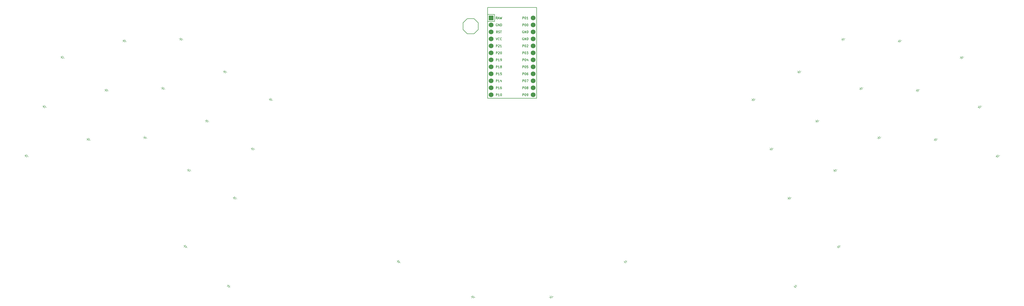
<source format=gbr>
%TF.GenerationSoftware,KiCad,Pcbnew,8.0.1*%
%TF.CreationDate,2024-05-01T11:59:16+09:00*%
%TF.ProjectId,pcb_plate,7063625f-706c-4617-9465-2e6b69636164,v1.0.0*%
%TF.SameCoordinates,Original*%
%TF.FileFunction,Legend,Top*%
%TF.FilePolarity,Positive*%
%FSLAX46Y46*%
G04 Gerber Fmt 4.6, Leading zero omitted, Abs format (unit mm)*
G04 Created by KiCad (PCBNEW 8.0.1) date 2024-05-01 11:59:16*
%MOMM*%
%LPD*%
G01*
G04 APERTURE LIST*
%ADD10C,0.150000*%
%ADD11C,0.100000*%
%ADD12R,1.752600X1.752600*%
%ADD13C,1.752600*%
G04 APERTURE END LIST*
D10*
X206353336Y-96519609D02*
X206620003Y-97319609D01*
X206620003Y-97319609D02*
X206886669Y-96519609D01*
X207610479Y-97243418D02*
X207572383Y-97281514D01*
X207572383Y-97281514D02*
X207458098Y-97319609D01*
X207458098Y-97319609D02*
X207381907Y-97319609D01*
X207381907Y-97319609D02*
X207267621Y-97281514D01*
X207267621Y-97281514D02*
X207191431Y-97205323D01*
X207191431Y-97205323D02*
X207153336Y-97129133D01*
X207153336Y-97129133D02*
X207115240Y-96976752D01*
X207115240Y-96976752D02*
X207115240Y-96862466D01*
X207115240Y-96862466D02*
X207153336Y-96710085D01*
X207153336Y-96710085D02*
X207191431Y-96633894D01*
X207191431Y-96633894D02*
X207267621Y-96557704D01*
X207267621Y-96557704D02*
X207381907Y-96519609D01*
X207381907Y-96519609D02*
X207458098Y-96519609D01*
X207458098Y-96519609D02*
X207572383Y-96557704D01*
X207572383Y-96557704D02*
X207610479Y-96595799D01*
X208410479Y-97243418D02*
X208372383Y-97281514D01*
X208372383Y-97281514D02*
X208258098Y-97319609D01*
X208258098Y-97319609D02*
X208181907Y-97319609D01*
X208181907Y-97319609D02*
X208067621Y-97281514D01*
X208067621Y-97281514D02*
X207991431Y-97205323D01*
X207991431Y-97205323D02*
X207953336Y-97129133D01*
X207953336Y-97129133D02*
X207915240Y-96976752D01*
X207915240Y-96976752D02*
X207915240Y-96862466D01*
X207915240Y-96862466D02*
X207953336Y-96710085D01*
X207953336Y-96710085D02*
X207991431Y-96633894D01*
X207991431Y-96633894D02*
X208067621Y-96557704D01*
X208067621Y-96557704D02*
X208181907Y-96519609D01*
X208181907Y-96519609D02*
X208258098Y-96519609D01*
X208258098Y-96519609D02*
X208372383Y-96557704D01*
X208372383Y-96557704D02*
X208410479Y-96595799D01*
X206448576Y-107479606D02*
X206448576Y-106679606D01*
X206448576Y-106679606D02*
X206753338Y-106679606D01*
X206753338Y-106679606D02*
X206829528Y-106717701D01*
X206829528Y-106717701D02*
X206867623Y-106755796D01*
X206867623Y-106755796D02*
X206905719Y-106831987D01*
X206905719Y-106831987D02*
X206905719Y-106946272D01*
X206905719Y-106946272D02*
X206867623Y-107022463D01*
X206867623Y-107022463D02*
X206829528Y-107060558D01*
X206829528Y-107060558D02*
X206753338Y-107098653D01*
X206753338Y-107098653D02*
X206448576Y-107098653D01*
X207667623Y-107479606D02*
X207210480Y-107479606D01*
X207439052Y-107479606D02*
X207439052Y-106679606D01*
X207439052Y-106679606D02*
X207362861Y-106793891D01*
X207362861Y-106793891D02*
X207286671Y-106870082D01*
X207286671Y-106870082D02*
X207210480Y-106908177D01*
X208124766Y-107022463D02*
X208048576Y-106984368D01*
X208048576Y-106984368D02*
X208010481Y-106946272D01*
X208010481Y-106946272D02*
X207972385Y-106870082D01*
X207972385Y-106870082D02*
X207972385Y-106831987D01*
X207972385Y-106831987D02*
X208010481Y-106755796D01*
X208010481Y-106755796D02*
X208048576Y-106717701D01*
X208048576Y-106717701D02*
X208124766Y-106679606D01*
X208124766Y-106679606D02*
X208277147Y-106679606D01*
X208277147Y-106679606D02*
X208353338Y-106717701D01*
X208353338Y-106717701D02*
X208391433Y-106755796D01*
X208391433Y-106755796D02*
X208429528Y-106831987D01*
X208429528Y-106831987D02*
X208429528Y-106870082D01*
X208429528Y-106870082D02*
X208391433Y-106946272D01*
X208391433Y-106946272D02*
X208353338Y-106984368D01*
X208353338Y-106984368D02*
X208277147Y-107022463D01*
X208277147Y-107022463D02*
X208124766Y-107022463D01*
X208124766Y-107022463D02*
X208048576Y-107060558D01*
X208048576Y-107060558D02*
X208010481Y-107098653D01*
X208010481Y-107098653D02*
X207972385Y-107174844D01*
X207972385Y-107174844D02*
X207972385Y-107327225D01*
X207972385Y-107327225D02*
X208010481Y-107403415D01*
X208010481Y-107403415D02*
X208048576Y-107441511D01*
X208048576Y-107441511D02*
X208124766Y-107479606D01*
X208124766Y-107479606D02*
X208277147Y-107479606D01*
X208277147Y-107479606D02*
X208353338Y-107441511D01*
X208353338Y-107441511D02*
X208391433Y-107403415D01*
X208391433Y-107403415D02*
X208429528Y-107327225D01*
X208429528Y-107327225D02*
X208429528Y-107174844D01*
X208429528Y-107174844D02*
X208391433Y-107098653D01*
X208391433Y-107098653D02*
X208353338Y-107060558D01*
X208353338Y-107060558D02*
X208277147Y-107022463D01*
X206448574Y-102399607D02*
X206448574Y-101599607D01*
X206448574Y-101599607D02*
X206753336Y-101599607D01*
X206753336Y-101599607D02*
X206829526Y-101637702D01*
X206829526Y-101637702D02*
X206867621Y-101675797D01*
X206867621Y-101675797D02*
X206905717Y-101751988D01*
X206905717Y-101751988D02*
X206905717Y-101866273D01*
X206905717Y-101866273D02*
X206867621Y-101942464D01*
X206867621Y-101942464D02*
X206829526Y-101980559D01*
X206829526Y-101980559D02*
X206753336Y-102018654D01*
X206753336Y-102018654D02*
X206448574Y-102018654D01*
X207210478Y-101675797D02*
X207248574Y-101637702D01*
X207248574Y-101637702D02*
X207324764Y-101599607D01*
X207324764Y-101599607D02*
X207515240Y-101599607D01*
X207515240Y-101599607D02*
X207591431Y-101637702D01*
X207591431Y-101637702D02*
X207629526Y-101675797D01*
X207629526Y-101675797D02*
X207667621Y-101751988D01*
X207667621Y-101751988D02*
X207667621Y-101828178D01*
X207667621Y-101828178D02*
X207629526Y-101942464D01*
X207629526Y-101942464D02*
X207172383Y-102399607D01*
X207172383Y-102399607D02*
X207667621Y-102399607D01*
X208162860Y-101599607D02*
X208239050Y-101599607D01*
X208239050Y-101599607D02*
X208315241Y-101637702D01*
X208315241Y-101637702D02*
X208353336Y-101675797D01*
X208353336Y-101675797D02*
X208391431Y-101751988D01*
X208391431Y-101751988D02*
X208429526Y-101904369D01*
X208429526Y-101904369D02*
X208429526Y-102094845D01*
X208429526Y-102094845D02*
X208391431Y-102247226D01*
X208391431Y-102247226D02*
X208353336Y-102323416D01*
X208353336Y-102323416D02*
X208315241Y-102361512D01*
X208315241Y-102361512D02*
X208239050Y-102399607D01*
X208239050Y-102399607D02*
X208162860Y-102399607D01*
X208162860Y-102399607D02*
X208086669Y-102361512D01*
X208086669Y-102361512D02*
X208048574Y-102323416D01*
X208048574Y-102323416D02*
X208010479Y-102247226D01*
X208010479Y-102247226D02*
X207972383Y-102094845D01*
X207972383Y-102094845D02*
X207972383Y-101904369D01*
X207972383Y-101904369D02*
X208010479Y-101751988D01*
X208010479Y-101751988D02*
X208048574Y-101675797D01*
X208048574Y-101675797D02*
X208086669Y-101637702D01*
X208086669Y-101637702D02*
X208162860Y-101599607D01*
X216048574Y-99859610D02*
X216048574Y-99059610D01*
X216048574Y-99059610D02*
X216353336Y-99059610D01*
X216353336Y-99059610D02*
X216429526Y-99097705D01*
X216429526Y-99097705D02*
X216467621Y-99135800D01*
X216467621Y-99135800D02*
X216505717Y-99211991D01*
X216505717Y-99211991D02*
X216505717Y-99326276D01*
X216505717Y-99326276D02*
X216467621Y-99402467D01*
X216467621Y-99402467D02*
X216429526Y-99440562D01*
X216429526Y-99440562D02*
X216353336Y-99478657D01*
X216353336Y-99478657D02*
X216048574Y-99478657D01*
X217000955Y-99059610D02*
X217077145Y-99059610D01*
X217077145Y-99059610D02*
X217153336Y-99097705D01*
X217153336Y-99097705D02*
X217191431Y-99135800D01*
X217191431Y-99135800D02*
X217229526Y-99211991D01*
X217229526Y-99211991D02*
X217267621Y-99364372D01*
X217267621Y-99364372D02*
X217267621Y-99554848D01*
X217267621Y-99554848D02*
X217229526Y-99707229D01*
X217229526Y-99707229D02*
X217191431Y-99783419D01*
X217191431Y-99783419D02*
X217153336Y-99821515D01*
X217153336Y-99821515D02*
X217077145Y-99859610D01*
X217077145Y-99859610D02*
X217000955Y-99859610D01*
X217000955Y-99859610D02*
X216924764Y-99821515D01*
X216924764Y-99821515D02*
X216886669Y-99783419D01*
X216886669Y-99783419D02*
X216848574Y-99707229D01*
X216848574Y-99707229D02*
X216810478Y-99554848D01*
X216810478Y-99554848D02*
X216810478Y-99364372D01*
X216810478Y-99364372D02*
X216848574Y-99211991D01*
X216848574Y-99211991D02*
X216886669Y-99135800D01*
X216886669Y-99135800D02*
X216924764Y-99097705D01*
X216924764Y-99097705D02*
X217000955Y-99059610D01*
X217572383Y-99135800D02*
X217610479Y-99097705D01*
X217610479Y-99097705D02*
X217686669Y-99059610D01*
X217686669Y-99059610D02*
X217877145Y-99059610D01*
X217877145Y-99059610D02*
X217953336Y-99097705D01*
X217953336Y-99097705D02*
X217991431Y-99135800D01*
X217991431Y-99135800D02*
X218029526Y-99211991D01*
X218029526Y-99211991D02*
X218029526Y-99288181D01*
X218029526Y-99288181D02*
X217991431Y-99402467D01*
X217991431Y-99402467D02*
X217534288Y-99859610D01*
X217534288Y-99859610D02*
X218029526Y-99859610D01*
X216048576Y-104939609D02*
X216048576Y-104139609D01*
X216048576Y-104139609D02*
X216353338Y-104139609D01*
X216353338Y-104139609D02*
X216429528Y-104177704D01*
X216429528Y-104177704D02*
X216467623Y-104215799D01*
X216467623Y-104215799D02*
X216505719Y-104291990D01*
X216505719Y-104291990D02*
X216505719Y-104406275D01*
X216505719Y-104406275D02*
X216467623Y-104482466D01*
X216467623Y-104482466D02*
X216429528Y-104520561D01*
X216429528Y-104520561D02*
X216353338Y-104558656D01*
X216353338Y-104558656D02*
X216048576Y-104558656D01*
X217000957Y-104139609D02*
X217077147Y-104139609D01*
X217077147Y-104139609D02*
X217153338Y-104177704D01*
X217153338Y-104177704D02*
X217191433Y-104215799D01*
X217191433Y-104215799D02*
X217229528Y-104291990D01*
X217229528Y-104291990D02*
X217267623Y-104444371D01*
X217267623Y-104444371D02*
X217267623Y-104634847D01*
X217267623Y-104634847D02*
X217229528Y-104787228D01*
X217229528Y-104787228D02*
X217191433Y-104863418D01*
X217191433Y-104863418D02*
X217153338Y-104901514D01*
X217153338Y-104901514D02*
X217077147Y-104939609D01*
X217077147Y-104939609D02*
X217000957Y-104939609D01*
X217000957Y-104939609D02*
X216924766Y-104901514D01*
X216924766Y-104901514D02*
X216886671Y-104863418D01*
X216886671Y-104863418D02*
X216848576Y-104787228D01*
X216848576Y-104787228D02*
X216810480Y-104634847D01*
X216810480Y-104634847D02*
X216810480Y-104444371D01*
X216810480Y-104444371D02*
X216848576Y-104291990D01*
X216848576Y-104291990D02*
X216886671Y-104215799D01*
X216886671Y-104215799D02*
X216924766Y-104177704D01*
X216924766Y-104177704D02*
X217000957Y-104139609D01*
X217953338Y-104406275D02*
X217953338Y-104939609D01*
X217762862Y-104101514D02*
X217572385Y-104672942D01*
X217572385Y-104672942D02*
X218067624Y-104672942D01*
X216048576Y-117639608D02*
X216048576Y-116839608D01*
X216048576Y-116839608D02*
X216353338Y-116839608D01*
X216353338Y-116839608D02*
X216429528Y-116877703D01*
X216429528Y-116877703D02*
X216467623Y-116915798D01*
X216467623Y-116915798D02*
X216505719Y-116991989D01*
X216505719Y-116991989D02*
X216505719Y-117106274D01*
X216505719Y-117106274D02*
X216467623Y-117182465D01*
X216467623Y-117182465D02*
X216429528Y-117220560D01*
X216429528Y-117220560D02*
X216353338Y-117258655D01*
X216353338Y-117258655D02*
X216048576Y-117258655D01*
X217000957Y-116839608D02*
X217077147Y-116839608D01*
X217077147Y-116839608D02*
X217153338Y-116877703D01*
X217153338Y-116877703D02*
X217191433Y-116915798D01*
X217191433Y-116915798D02*
X217229528Y-116991989D01*
X217229528Y-116991989D02*
X217267623Y-117144370D01*
X217267623Y-117144370D02*
X217267623Y-117334846D01*
X217267623Y-117334846D02*
X217229528Y-117487227D01*
X217229528Y-117487227D02*
X217191433Y-117563417D01*
X217191433Y-117563417D02*
X217153338Y-117601513D01*
X217153338Y-117601513D02*
X217077147Y-117639608D01*
X217077147Y-117639608D02*
X217000957Y-117639608D01*
X217000957Y-117639608D02*
X216924766Y-117601513D01*
X216924766Y-117601513D02*
X216886671Y-117563417D01*
X216886671Y-117563417D02*
X216848576Y-117487227D01*
X216848576Y-117487227D02*
X216810480Y-117334846D01*
X216810480Y-117334846D02*
X216810480Y-117144370D01*
X216810480Y-117144370D02*
X216848576Y-116991989D01*
X216848576Y-116991989D02*
X216886671Y-116915798D01*
X216886671Y-116915798D02*
X216924766Y-116877703D01*
X216924766Y-116877703D02*
X217000957Y-116839608D01*
X217648576Y-117639608D02*
X217800957Y-117639608D01*
X217800957Y-117639608D02*
X217877147Y-117601513D01*
X217877147Y-117601513D02*
X217915243Y-117563417D01*
X217915243Y-117563417D02*
X217991433Y-117449132D01*
X217991433Y-117449132D02*
X218029528Y-117296751D01*
X218029528Y-117296751D02*
X218029528Y-116991989D01*
X218029528Y-116991989D02*
X217991433Y-116915798D01*
X217991433Y-116915798D02*
X217953338Y-116877703D01*
X217953338Y-116877703D02*
X217877147Y-116839608D01*
X217877147Y-116839608D02*
X217724766Y-116839608D01*
X217724766Y-116839608D02*
X217648576Y-116877703D01*
X217648576Y-116877703D02*
X217610481Y-116915798D01*
X217610481Y-116915798D02*
X217572385Y-116991989D01*
X217572385Y-116991989D02*
X217572385Y-117182465D01*
X217572385Y-117182465D02*
X217610481Y-117258655D01*
X217610481Y-117258655D02*
X217648576Y-117296751D01*
X217648576Y-117296751D02*
X217724766Y-117334846D01*
X217724766Y-117334846D02*
X217877147Y-117334846D01*
X217877147Y-117334846D02*
X217953338Y-117296751D01*
X217953338Y-117296751D02*
X217991433Y-117258655D01*
X217991433Y-117258655D02*
X218029528Y-117182465D01*
X206867622Y-89699608D02*
X206600955Y-89318655D01*
X206410479Y-89699608D02*
X206410479Y-88899608D01*
X206410479Y-88899608D02*
X206715241Y-88899608D01*
X206715241Y-88899608D02*
X206791431Y-88937703D01*
X206791431Y-88937703D02*
X206829526Y-88975798D01*
X206829526Y-88975798D02*
X206867622Y-89051989D01*
X206867622Y-89051989D02*
X206867622Y-89166274D01*
X206867622Y-89166274D02*
X206829526Y-89242465D01*
X206829526Y-89242465D02*
X206791431Y-89280560D01*
X206791431Y-89280560D02*
X206715241Y-89318655D01*
X206715241Y-89318655D02*
X206410479Y-89318655D01*
X207172383Y-89471036D02*
X207553336Y-89471036D01*
X207096193Y-89699608D02*
X207362860Y-88899608D01*
X207362860Y-88899608D02*
X207629526Y-89699608D01*
X207820002Y-88899608D02*
X208010478Y-89699608D01*
X208010478Y-89699608D02*
X208162859Y-89128179D01*
X208162859Y-89128179D02*
X208315240Y-89699608D01*
X208315240Y-89699608D02*
X208505717Y-88899608D01*
X206981909Y-94779608D02*
X206715242Y-94398655D01*
X206524766Y-94779608D02*
X206524766Y-93979608D01*
X206524766Y-93979608D02*
X206829528Y-93979608D01*
X206829528Y-93979608D02*
X206905718Y-94017703D01*
X206905718Y-94017703D02*
X206943813Y-94055798D01*
X206943813Y-94055798D02*
X206981909Y-94131989D01*
X206981909Y-94131989D02*
X206981909Y-94246274D01*
X206981909Y-94246274D02*
X206943813Y-94322465D01*
X206943813Y-94322465D02*
X206905718Y-94360560D01*
X206905718Y-94360560D02*
X206829528Y-94398655D01*
X206829528Y-94398655D02*
X206524766Y-94398655D01*
X207286670Y-94741513D02*
X207400956Y-94779608D01*
X207400956Y-94779608D02*
X207591432Y-94779608D01*
X207591432Y-94779608D02*
X207667623Y-94741513D01*
X207667623Y-94741513D02*
X207705718Y-94703417D01*
X207705718Y-94703417D02*
X207743813Y-94627227D01*
X207743813Y-94627227D02*
X207743813Y-94551036D01*
X207743813Y-94551036D02*
X207705718Y-94474846D01*
X207705718Y-94474846D02*
X207667623Y-94436751D01*
X207667623Y-94436751D02*
X207591432Y-94398655D01*
X207591432Y-94398655D02*
X207439051Y-94360560D01*
X207439051Y-94360560D02*
X207362861Y-94322465D01*
X207362861Y-94322465D02*
X207324766Y-94284370D01*
X207324766Y-94284370D02*
X207286670Y-94208179D01*
X207286670Y-94208179D02*
X207286670Y-94131989D01*
X207286670Y-94131989D02*
X207324766Y-94055798D01*
X207324766Y-94055798D02*
X207362861Y-94017703D01*
X207362861Y-94017703D02*
X207439051Y-93979608D01*
X207439051Y-93979608D02*
X207629528Y-93979608D01*
X207629528Y-93979608D02*
X207743813Y-94017703D01*
X207972385Y-93979608D02*
X208429528Y-93979608D01*
X208200956Y-94779608D02*
X208200956Y-93979608D01*
X216410480Y-94017703D02*
X216334290Y-93979608D01*
X216334290Y-93979608D02*
X216220004Y-93979608D01*
X216220004Y-93979608D02*
X216105718Y-94017703D01*
X216105718Y-94017703D02*
X216029528Y-94093893D01*
X216029528Y-94093893D02*
X215991433Y-94170084D01*
X215991433Y-94170084D02*
X215953337Y-94322465D01*
X215953337Y-94322465D02*
X215953337Y-94436751D01*
X215953337Y-94436751D02*
X215991433Y-94589132D01*
X215991433Y-94589132D02*
X216029528Y-94665322D01*
X216029528Y-94665322D02*
X216105718Y-94741513D01*
X216105718Y-94741513D02*
X216220004Y-94779608D01*
X216220004Y-94779608D02*
X216296195Y-94779608D01*
X216296195Y-94779608D02*
X216410480Y-94741513D01*
X216410480Y-94741513D02*
X216448576Y-94703417D01*
X216448576Y-94703417D02*
X216448576Y-94436751D01*
X216448576Y-94436751D02*
X216296195Y-94436751D01*
X216791433Y-94779608D02*
X216791433Y-93979608D01*
X216791433Y-93979608D02*
X217248576Y-94779608D01*
X217248576Y-94779608D02*
X217248576Y-93979608D01*
X217629528Y-94779608D02*
X217629528Y-93979608D01*
X217629528Y-93979608D02*
X217820004Y-93979608D01*
X217820004Y-93979608D02*
X217934290Y-94017703D01*
X217934290Y-94017703D02*
X218010480Y-94093893D01*
X218010480Y-94093893D02*
X218048575Y-94170084D01*
X218048575Y-94170084D02*
X218086671Y-94322465D01*
X218086671Y-94322465D02*
X218086671Y-94436751D01*
X218086671Y-94436751D02*
X218048575Y-94589132D01*
X218048575Y-94589132D02*
X218010480Y-94665322D01*
X218010480Y-94665322D02*
X217934290Y-94741513D01*
X217934290Y-94741513D02*
X217820004Y-94779608D01*
X217820004Y-94779608D02*
X217629528Y-94779608D01*
X216048575Y-89699608D02*
X216048575Y-88899608D01*
X216048575Y-88899608D02*
X216353337Y-88899608D01*
X216353337Y-88899608D02*
X216429527Y-88937703D01*
X216429527Y-88937703D02*
X216467622Y-88975798D01*
X216467622Y-88975798D02*
X216505718Y-89051989D01*
X216505718Y-89051989D02*
X216505718Y-89166274D01*
X216505718Y-89166274D02*
X216467622Y-89242465D01*
X216467622Y-89242465D02*
X216429527Y-89280560D01*
X216429527Y-89280560D02*
X216353337Y-89318655D01*
X216353337Y-89318655D02*
X216048575Y-89318655D01*
X217000956Y-88899608D02*
X217077146Y-88899608D01*
X217077146Y-88899608D02*
X217153337Y-88937703D01*
X217153337Y-88937703D02*
X217191432Y-88975798D01*
X217191432Y-88975798D02*
X217229527Y-89051989D01*
X217229527Y-89051989D02*
X217267622Y-89204370D01*
X217267622Y-89204370D02*
X217267622Y-89394846D01*
X217267622Y-89394846D02*
X217229527Y-89547227D01*
X217229527Y-89547227D02*
X217191432Y-89623417D01*
X217191432Y-89623417D02*
X217153337Y-89661513D01*
X217153337Y-89661513D02*
X217077146Y-89699608D01*
X217077146Y-89699608D02*
X217000956Y-89699608D01*
X217000956Y-89699608D02*
X216924765Y-89661513D01*
X216924765Y-89661513D02*
X216886670Y-89623417D01*
X216886670Y-89623417D02*
X216848575Y-89547227D01*
X216848575Y-89547227D02*
X216810479Y-89394846D01*
X216810479Y-89394846D02*
X216810479Y-89204370D01*
X216810479Y-89204370D02*
X216848575Y-89051989D01*
X216848575Y-89051989D02*
X216886670Y-88975798D01*
X216886670Y-88975798D02*
X216924765Y-88937703D01*
X216924765Y-88937703D02*
X217000956Y-88899608D01*
X218029527Y-89699608D02*
X217572384Y-89699608D01*
X217800956Y-89699608D02*
X217800956Y-88899608D01*
X217800956Y-88899608D02*
X217724765Y-89013893D01*
X217724765Y-89013893D02*
X217648575Y-89090084D01*
X217648575Y-89090084D02*
X217572384Y-89128179D01*
X216410481Y-96557703D02*
X216334291Y-96519608D01*
X216334291Y-96519608D02*
X216220005Y-96519608D01*
X216220005Y-96519608D02*
X216105719Y-96557703D01*
X216105719Y-96557703D02*
X216029529Y-96633893D01*
X216029529Y-96633893D02*
X215991434Y-96710084D01*
X215991434Y-96710084D02*
X215953338Y-96862465D01*
X215953338Y-96862465D02*
X215953338Y-96976751D01*
X215953338Y-96976751D02*
X215991434Y-97129132D01*
X215991434Y-97129132D02*
X216029529Y-97205322D01*
X216029529Y-97205322D02*
X216105719Y-97281513D01*
X216105719Y-97281513D02*
X216220005Y-97319608D01*
X216220005Y-97319608D02*
X216296196Y-97319608D01*
X216296196Y-97319608D02*
X216410481Y-97281513D01*
X216410481Y-97281513D02*
X216448577Y-97243417D01*
X216448577Y-97243417D02*
X216448577Y-96976751D01*
X216448577Y-96976751D02*
X216296196Y-96976751D01*
X216791434Y-97319608D02*
X216791434Y-96519608D01*
X216791434Y-96519608D02*
X217248577Y-97319608D01*
X217248577Y-97319608D02*
X217248577Y-96519608D01*
X217629529Y-97319608D02*
X217629529Y-96519608D01*
X217629529Y-96519608D02*
X217820005Y-96519608D01*
X217820005Y-96519608D02*
X217934291Y-96557703D01*
X217934291Y-96557703D02*
X218010481Y-96633893D01*
X218010481Y-96633893D02*
X218048576Y-96710084D01*
X218048576Y-96710084D02*
X218086672Y-96862465D01*
X218086672Y-96862465D02*
X218086672Y-96976751D01*
X218086672Y-96976751D02*
X218048576Y-97129132D01*
X218048576Y-97129132D02*
X218010481Y-97205322D01*
X218010481Y-97205322D02*
X217934291Y-97281513D01*
X217934291Y-97281513D02*
X217820005Y-97319608D01*
X217820005Y-97319608D02*
X217629529Y-97319608D01*
X206448575Y-117639608D02*
X206448575Y-116839608D01*
X206448575Y-116839608D02*
X206753337Y-116839608D01*
X206753337Y-116839608D02*
X206829527Y-116877703D01*
X206829527Y-116877703D02*
X206867622Y-116915798D01*
X206867622Y-116915798D02*
X206905718Y-116991989D01*
X206905718Y-116991989D02*
X206905718Y-117106274D01*
X206905718Y-117106274D02*
X206867622Y-117182465D01*
X206867622Y-117182465D02*
X206829527Y-117220560D01*
X206829527Y-117220560D02*
X206753337Y-117258655D01*
X206753337Y-117258655D02*
X206448575Y-117258655D01*
X207667622Y-117639608D02*
X207210479Y-117639608D01*
X207439051Y-117639608D02*
X207439051Y-116839608D01*
X207439051Y-116839608D02*
X207362860Y-116953893D01*
X207362860Y-116953893D02*
X207286670Y-117030084D01*
X207286670Y-117030084D02*
X207210479Y-117068179D01*
X208162861Y-116839608D02*
X208239051Y-116839608D01*
X208239051Y-116839608D02*
X208315242Y-116877703D01*
X208315242Y-116877703D02*
X208353337Y-116915798D01*
X208353337Y-116915798D02*
X208391432Y-116991989D01*
X208391432Y-116991989D02*
X208429527Y-117144370D01*
X208429527Y-117144370D02*
X208429527Y-117334846D01*
X208429527Y-117334846D02*
X208391432Y-117487227D01*
X208391432Y-117487227D02*
X208353337Y-117563417D01*
X208353337Y-117563417D02*
X208315242Y-117601513D01*
X208315242Y-117601513D02*
X208239051Y-117639608D01*
X208239051Y-117639608D02*
X208162861Y-117639608D01*
X208162861Y-117639608D02*
X208086670Y-117601513D01*
X208086670Y-117601513D02*
X208048575Y-117563417D01*
X208048575Y-117563417D02*
X208010480Y-117487227D01*
X208010480Y-117487227D02*
X207972384Y-117334846D01*
X207972384Y-117334846D02*
X207972384Y-117144370D01*
X207972384Y-117144370D02*
X208010480Y-116991989D01*
X208010480Y-116991989D02*
X208048575Y-116915798D01*
X208048575Y-116915798D02*
X208086670Y-116877703D01*
X208086670Y-116877703D02*
X208162861Y-116839608D01*
X216048576Y-110019607D02*
X216048576Y-109219607D01*
X216048576Y-109219607D02*
X216353338Y-109219607D01*
X216353338Y-109219607D02*
X216429528Y-109257702D01*
X216429528Y-109257702D02*
X216467623Y-109295797D01*
X216467623Y-109295797D02*
X216505719Y-109371988D01*
X216505719Y-109371988D02*
X216505719Y-109486273D01*
X216505719Y-109486273D02*
X216467623Y-109562464D01*
X216467623Y-109562464D02*
X216429528Y-109600559D01*
X216429528Y-109600559D02*
X216353338Y-109638654D01*
X216353338Y-109638654D02*
X216048576Y-109638654D01*
X217000957Y-109219607D02*
X217077147Y-109219607D01*
X217077147Y-109219607D02*
X217153338Y-109257702D01*
X217153338Y-109257702D02*
X217191433Y-109295797D01*
X217191433Y-109295797D02*
X217229528Y-109371988D01*
X217229528Y-109371988D02*
X217267623Y-109524369D01*
X217267623Y-109524369D02*
X217267623Y-109714845D01*
X217267623Y-109714845D02*
X217229528Y-109867226D01*
X217229528Y-109867226D02*
X217191433Y-109943416D01*
X217191433Y-109943416D02*
X217153338Y-109981512D01*
X217153338Y-109981512D02*
X217077147Y-110019607D01*
X217077147Y-110019607D02*
X217000957Y-110019607D01*
X217000957Y-110019607D02*
X216924766Y-109981512D01*
X216924766Y-109981512D02*
X216886671Y-109943416D01*
X216886671Y-109943416D02*
X216848576Y-109867226D01*
X216848576Y-109867226D02*
X216810480Y-109714845D01*
X216810480Y-109714845D02*
X216810480Y-109524369D01*
X216810480Y-109524369D02*
X216848576Y-109371988D01*
X216848576Y-109371988D02*
X216886671Y-109295797D01*
X216886671Y-109295797D02*
X216924766Y-109257702D01*
X216924766Y-109257702D02*
X217000957Y-109219607D01*
X217953338Y-109219607D02*
X217800957Y-109219607D01*
X217800957Y-109219607D02*
X217724766Y-109257702D01*
X217724766Y-109257702D02*
X217686671Y-109295797D01*
X217686671Y-109295797D02*
X217610481Y-109410083D01*
X217610481Y-109410083D02*
X217572385Y-109562464D01*
X217572385Y-109562464D02*
X217572385Y-109867226D01*
X217572385Y-109867226D02*
X217610481Y-109943416D01*
X217610481Y-109943416D02*
X217648576Y-109981512D01*
X217648576Y-109981512D02*
X217724766Y-110019607D01*
X217724766Y-110019607D02*
X217877147Y-110019607D01*
X217877147Y-110019607D02*
X217953338Y-109981512D01*
X217953338Y-109981512D02*
X217991433Y-109943416D01*
X217991433Y-109943416D02*
X218029528Y-109867226D01*
X218029528Y-109867226D02*
X218029528Y-109676750D01*
X218029528Y-109676750D02*
X217991433Y-109600559D01*
X217991433Y-109600559D02*
X217953338Y-109562464D01*
X217953338Y-109562464D02*
X217877147Y-109524369D01*
X217877147Y-109524369D02*
X217724766Y-109524369D01*
X217724766Y-109524369D02*
X217648576Y-109562464D01*
X217648576Y-109562464D02*
X217610481Y-109600559D01*
X217610481Y-109600559D02*
X217572385Y-109676750D01*
X206448574Y-110019608D02*
X206448574Y-109219608D01*
X206448574Y-109219608D02*
X206753336Y-109219608D01*
X206753336Y-109219608D02*
X206829526Y-109257703D01*
X206829526Y-109257703D02*
X206867621Y-109295798D01*
X206867621Y-109295798D02*
X206905717Y-109371989D01*
X206905717Y-109371989D02*
X206905717Y-109486274D01*
X206905717Y-109486274D02*
X206867621Y-109562465D01*
X206867621Y-109562465D02*
X206829526Y-109600560D01*
X206829526Y-109600560D02*
X206753336Y-109638655D01*
X206753336Y-109638655D02*
X206448574Y-109638655D01*
X207667621Y-110019608D02*
X207210478Y-110019608D01*
X207439050Y-110019608D02*
X207439050Y-109219608D01*
X207439050Y-109219608D02*
X207362859Y-109333893D01*
X207362859Y-109333893D02*
X207286669Y-109410084D01*
X207286669Y-109410084D02*
X207210478Y-109448179D01*
X208391431Y-109219608D02*
X208010479Y-109219608D01*
X208010479Y-109219608D02*
X207972383Y-109600560D01*
X207972383Y-109600560D02*
X208010479Y-109562465D01*
X208010479Y-109562465D02*
X208086669Y-109524370D01*
X208086669Y-109524370D02*
X208277145Y-109524370D01*
X208277145Y-109524370D02*
X208353336Y-109562465D01*
X208353336Y-109562465D02*
X208391431Y-109600560D01*
X208391431Y-109600560D02*
X208429526Y-109676751D01*
X208429526Y-109676751D02*
X208429526Y-109867227D01*
X208429526Y-109867227D02*
X208391431Y-109943417D01*
X208391431Y-109943417D02*
X208353336Y-109981513D01*
X208353336Y-109981513D02*
X208277145Y-110019608D01*
X208277145Y-110019608D02*
X208086669Y-110019608D01*
X208086669Y-110019608D02*
X208010479Y-109981513D01*
X208010479Y-109981513D02*
X207972383Y-109943417D01*
X216048575Y-107479606D02*
X216048575Y-106679606D01*
X216048575Y-106679606D02*
X216353337Y-106679606D01*
X216353337Y-106679606D02*
X216429527Y-106717701D01*
X216429527Y-106717701D02*
X216467622Y-106755796D01*
X216467622Y-106755796D02*
X216505718Y-106831987D01*
X216505718Y-106831987D02*
X216505718Y-106946272D01*
X216505718Y-106946272D02*
X216467622Y-107022463D01*
X216467622Y-107022463D02*
X216429527Y-107060558D01*
X216429527Y-107060558D02*
X216353337Y-107098653D01*
X216353337Y-107098653D02*
X216048575Y-107098653D01*
X217000956Y-106679606D02*
X217077146Y-106679606D01*
X217077146Y-106679606D02*
X217153337Y-106717701D01*
X217153337Y-106717701D02*
X217191432Y-106755796D01*
X217191432Y-106755796D02*
X217229527Y-106831987D01*
X217229527Y-106831987D02*
X217267622Y-106984368D01*
X217267622Y-106984368D02*
X217267622Y-107174844D01*
X217267622Y-107174844D02*
X217229527Y-107327225D01*
X217229527Y-107327225D02*
X217191432Y-107403415D01*
X217191432Y-107403415D02*
X217153337Y-107441511D01*
X217153337Y-107441511D02*
X217077146Y-107479606D01*
X217077146Y-107479606D02*
X217000956Y-107479606D01*
X217000956Y-107479606D02*
X216924765Y-107441511D01*
X216924765Y-107441511D02*
X216886670Y-107403415D01*
X216886670Y-107403415D02*
X216848575Y-107327225D01*
X216848575Y-107327225D02*
X216810479Y-107174844D01*
X216810479Y-107174844D02*
X216810479Y-106984368D01*
X216810479Y-106984368D02*
X216848575Y-106831987D01*
X216848575Y-106831987D02*
X216886670Y-106755796D01*
X216886670Y-106755796D02*
X216924765Y-106717701D01*
X216924765Y-106717701D02*
X217000956Y-106679606D01*
X217991432Y-106679606D02*
X217610480Y-106679606D01*
X217610480Y-106679606D02*
X217572384Y-107060558D01*
X217572384Y-107060558D02*
X217610480Y-107022463D01*
X217610480Y-107022463D02*
X217686670Y-106984368D01*
X217686670Y-106984368D02*
X217877146Y-106984368D01*
X217877146Y-106984368D02*
X217953337Y-107022463D01*
X217953337Y-107022463D02*
X217991432Y-107060558D01*
X217991432Y-107060558D02*
X218029527Y-107136749D01*
X218029527Y-107136749D02*
X218029527Y-107327225D01*
X218029527Y-107327225D02*
X217991432Y-107403415D01*
X217991432Y-107403415D02*
X217953337Y-107441511D01*
X217953337Y-107441511D02*
X217877146Y-107479606D01*
X217877146Y-107479606D02*
X217686670Y-107479606D01*
X217686670Y-107479606D02*
X217610480Y-107441511D01*
X217610480Y-107441511D02*
X217572384Y-107403415D01*
X216048575Y-112559608D02*
X216048575Y-111759608D01*
X216048575Y-111759608D02*
X216353337Y-111759608D01*
X216353337Y-111759608D02*
X216429527Y-111797703D01*
X216429527Y-111797703D02*
X216467622Y-111835798D01*
X216467622Y-111835798D02*
X216505718Y-111911989D01*
X216505718Y-111911989D02*
X216505718Y-112026274D01*
X216505718Y-112026274D02*
X216467622Y-112102465D01*
X216467622Y-112102465D02*
X216429527Y-112140560D01*
X216429527Y-112140560D02*
X216353337Y-112178655D01*
X216353337Y-112178655D02*
X216048575Y-112178655D01*
X217000956Y-111759608D02*
X217077146Y-111759608D01*
X217077146Y-111759608D02*
X217153337Y-111797703D01*
X217153337Y-111797703D02*
X217191432Y-111835798D01*
X217191432Y-111835798D02*
X217229527Y-111911989D01*
X217229527Y-111911989D02*
X217267622Y-112064370D01*
X217267622Y-112064370D02*
X217267622Y-112254846D01*
X217267622Y-112254846D02*
X217229527Y-112407227D01*
X217229527Y-112407227D02*
X217191432Y-112483417D01*
X217191432Y-112483417D02*
X217153337Y-112521513D01*
X217153337Y-112521513D02*
X217077146Y-112559608D01*
X217077146Y-112559608D02*
X217000956Y-112559608D01*
X217000956Y-112559608D02*
X216924765Y-112521513D01*
X216924765Y-112521513D02*
X216886670Y-112483417D01*
X216886670Y-112483417D02*
X216848575Y-112407227D01*
X216848575Y-112407227D02*
X216810479Y-112254846D01*
X216810479Y-112254846D02*
X216810479Y-112064370D01*
X216810479Y-112064370D02*
X216848575Y-111911989D01*
X216848575Y-111911989D02*
X216886670Y-111835798D01*
X216886670Y-111835798D02*
X216924765Y-111797703D01*
X216924765Y-111797703D02*
X217000956Y-111759608D01*
X217534289Y-111759608D02*
X218067623Y-111759608D01*
X218067623Y-111759608D02*
X217724765Y-112559608D01*
X206448574Y-115099607D02*
X206448574Y-114299607D01*
X206448574Y-114299607D02*
X206753336Y-114299607D01*
X206753336Y-114299607D02*
X206829526Y-114337702D01*
X206829526Y-114337702D02*
X206867621Y-114375797D01*
X206867621Y-114375797D02*
X206905717Y-114451988D01*
X206905717Y-114451988D02*
X206905717Y-114566273D01*
X206905717Y-114566273D02*
X206867621Y-114642464D01*
X206867621Y-114642464D02*
X206829526Y-114680559D01*
X206829526Y-114680559D02*
X206753336Y-114718654D01*
X206753336Y-114718654D02*
X206448574Y-114718654D01*
X207667621Y-115099607D02*
X207210478Y-115099607D01*
X207439050Y-115099607D02*
X207439050Y-114299607D01*
X207439050Y-114299607D02*
X207362859Y-114413892D01*
X207362859Y-114413892D02*
X207286669Y-114490083D01*
X207286669Y-114490083D02*
X207210478Y-114528178D01*
X208353336Y-114299607D02*
X208200955Y-114299607D01*
X208200955Y-114299607D02*
X208124764Y-114337702D01*
X208124764Y-114337702D02*
X208086669Y-114375797D01*
X208086669Y-114375797D02*
X208010479Y-114490083D01*
X208010479Y-114490083D02*
X207972383Y-114642464D01*
X207972383Y-114642464D02*
X207972383Y-114947226D01*
X207972383Y-114947226D02*
X208010479Y-115023416D01*
X208010479Y-115023416D02*
X208048574Y-115061512D01*
X208048574Y-115061512D02*
X208124764Y-115099607D01*
X208124764Y-115099607D02*
X208277145Y-115099607D01*
X208277145Y-115099607D02*
X208353336Y-115061512D01*
X208353336Y-115061512D02*
X208391431Y-115023416D01*
X208391431Y-115023416D02*
X208429526Y-114947226D01*
X208429526Y-114947226D02*
X208429526Y-114756750D01*
X208429526Y-114756750D02*
X208391431Y-114680559D01*
X208391431Y-114680559D02*
X208353336Y-114642464D01*
X208353336Y-114642464D02*
X208277145Y-114604369D01*
X208277145Y-114604369D02*
X208124764Y-114604369D01*
X208124764Y-114604369D02*
X208048574Y-114642464D01*
X208048574Y-114642464D02*
X208010479Y-114680559D01*
X208010479Y-114680559D02*
X207972383Y-114756750D01*
X216048576Y-102399607D02*
X216048576Y-101599607D01*
X216048576Y-101599607D02*
X216353338Y-101599607D01*
X216353338Y-101599607D02*
X216429528Y-101637702D01*
X216429528Y-101637702D02*
X216467623Y-101675797D01*
X216467623Y-101675797D02*
X216505719Y-101751988D01*
X216505719Y-101751988D02*
X216505719Y-101866273D01*
X216505719Y-101866273D02*
X216467623Y-101942464D01*
X216467623Y-101942464D02*
X216429528Y-101980559D01*
X216429528Y-101980559D02*
X216353338Y-102018654D01*
X216353338Y-102018654D02*
X216048576Y-102018654D01*
X217000957Y-101599607D02*
X217077147Y-101599607D01*
X217077147Y-101599607D02*
X217153338Y-101637702D01*
X217153338Y-101637702D02*
X217191433Y-101675797D01*
X217191433Y-101675797D02*
X217229528Y-101751988D01*
X217229528Y-101751988D02*
X217267623Y-101904369D01*
X217267623Y-101904369D02*
X217267623Y-102094845D01*
X217267623Y-102094845D02*
X217229528Y-102247226D01*
X217229528Y-102247226D02*
X217191433Y-102323416D01*
X217191433Y-102323416D02*
X217153338Y-102361512D01*
X217153338Y-102361512D02*
X217077147Y-102399607D01*
X217077147Y-102399607D02*
X217000957Y-102399607D01*
X217000957Y-102399607D02*
X216924766Y-102361512D01*
X216924766Y-102361512D02*
X216886671Y-102323416D01*
X216886671Y-102323416D02*
X216848576Y-102247226D01*
X216848576Y-102247226D02*
X216810480Y-102094845D01*
X216810480Y-102094845D02*
X216810480Y-101904369D01*
X216810480Y-101904369D02*
X216848576Y-101751988D01*
X216848576Y-101751988D02*
X216886671Y-101675797D01*
X216886671Y-101675797D02*
X216924766Y-101637702D01*
X216924766Y-101637702D02*
X217000957Y-101599607D01*
X217534290Y-101599607D02*
X218029528Y-101599607D01*
X218029528Y-101599607D02*
X217762862Y-101904369D01*
X217762862Y-101904369D02*
X217877147Y-101904369D01*
X217877147Y-101904369D02*
X217953338Y-101942464D01*
X217953338Y-101942464D02*
X217991433Y-101980559D01*
X217991433Y-101980559D02*
X218029528Y-102056750D01*
X218029528Y-102056750D02*
X218029528Y-102247226D01*
X218029528Y-102247226D02*
X217991433Y-102323416D01*
X217991433Y-102323416D02*
X217953338Y-102361512D01*
X217953338Y-102361512D02*
X217877147Y-102399607D01*
X217877147Y-102399607D02*
X217648576Y-102399607D01*
X217648576Y-102399607D02*
X217572385Y-102361512D01*
X217572385Y-102361512D02*
X217534290Y-102323416D01*
X216048576Y-92239609D02*
X216048576Y-91439609D01*
X216048576Y-91439609D02*
X216353338Y-91439609D01*
X216353338Y-91439609D02*
X216429528Y-91477704D01*
X216429528Y-91477704D02*
X216467623Y-91515799D01*
X216467623Y-91515799D02*
X216505719Y-91591990D01*
X216505719Y-91591990D02*
X216505719Y-91706275D01*
X216505719Y-91706275D02*
X216467623Y-91782466D01*
X216467623Y-91782466D02*
X216429528Y-91820561D01*
X216429528Y-91820561D02*
X216353338Y-91858656D01*
X216353338Y-91858656D02*
X216048576Y-91858656D01*
X217000957Y-91439609D02*
X217077147Y-91439609D01*
X217077147Y-91439609D02*
X217153338Y-91477704D01*
X217153338Y-91477704D02*
X217191433Y-91515799D01*
X217191433Y-91515799D02*
X217229528Y-91591990D01*
X217229528Y-91591990D02*
X217267623Y-91744371D01*
X217267623Y-91744371D02*
X217267623Y-91934847D01*
X217267623Y-91934847D02*
X217229528Y-92087228D01*
X217229528Y-92087228D02*
X217191433Y-92163418D01*
X217191433Y-92163418D02*
X217153338Y-92201514D01*
X217153338Y-92201514D02*
X217077147Y-92239609D01*
X217077147Y-92239609D02*
X217000957Y-92239609D01*
X217000957Y-92239609D02*
X216924766Y-92201514D01*
X216924766Y-92201514D02*
X216886671Y-92163418D01*
X216886671Y-92163418D02*
X216848576Y-92087228D01*
X216848576Y-92087228D02*
X216810480Y-91934847D01*
X216810480Y-91934847D02*
X216810480Y-91744371D01*
X216810480Y-91744371D02*
X216848576Y-91591990D01*
X216848576Y-91591990D02*
X216886671Y-91515799D01*
X216886671Y-91515799D02*
X216924766Y-91477704D01*
X216924766Y-91477704D02*
X217000957Y-91439609D01*
X217762862Y-91439609D02*
X217839052Y-91439609D01*
X217839052Y-91439609D02*
X217915243Y-91477704D01*
X217915243Y-91477704D02*
X217953338Y-91515799D01*
X217953338Y-91515799D02*
X217991433Y-91591990D01*
X217991433Y-91591990D02*
X218029528Y-91744371D01*
X218029528Y-91744371D02*
X218029528Y-91934847D01*
X218029528Y-91934847D02*
X217991433Y-92087228D01*
X217991433Y-92087228D02*
X217953338Y-92163418D01*
X217953338Y-92163418D02*
X217915243Y-92201514D01*
X217915243Y-92201514D02*
X217839052Y-92239609D01*
X217839052Y-92239609D02*
X217762862Y-92239609D01*
X217762862Y-92239609D02*
X217686671Y-92201514D01*
X217686671Y-92201514D02*
X217648576Y-92163418D01*
X217648576Y-92163418D02*
X217610481Y-92087228D01*
X217610481Y-92087228D02*
X217572385Y-91934847D01*
X217572385Y-91934847D02*
X217572385Y-91744371D01*
X217572385Y-91744371D02*
X217610481Y-91591990D01*
X217610481Y-91591990D02*
X217648576Y-91515799D01*
X217648576Y-91515799D02*
X217686671Y-91477704D01*
X217686671Y-91477704D02*
X217762862Y-91439609D01*
X206448575Y-112559608D02*
X206448575Y-111759608D01*
X206448575Y-111759608D02*
X206753337Y-111759608D01*
X206753337Y-111759608D02*
X206829527Y-111797703D01*
X206829527Y-111797703D02*
X206867622Y-111835798D01*
X206867622Y-111835798D02*
X206905718Y-111911989D01*
X206905718Y-111911989D02*
X206905718Y-112026274D01*
X206905718Y-112026274D02*
X206867622Y-112102465D01*
X206867622Y-112102465D02*
X206829527Y-112140560D01*
X206829527Y-112140560D02*
X206753337Y-112178655D01*
X206753337Y-112178655D02*
X206448575Y-112178655D01*
X207667622Y-112559608D02*
X207210479Y-112559608D01*
X207439051Y-112559608D02*
X207439051Y-111759608D01*
X207439051Y-111759608D02*
X207362860Y-111873893D01*
X207362860Y-111873893D02*
X207286670Y-111950084D01*
X207286670Y-111950084D02*
X207210479Y-111988179D01*
X208353337Y-112026274D02*
X208353337Y-112559608D01*
X208162861Y-111721513D02*
X207972384Y-112292941D01*
X207972384Y-112292941D02*
X208467623Y-112292941D01*
X216048576Y-115099608D02*
X216048576Y-114299608D01*
X216048576Y-114299608D02*
X216353338Y-114299608D01*
X216353338Y-114299608D02*
X216429528Y-114337703D01*
X216429528Y-114337703D02*
X216467623Y-114375798D01*
X216467623Y-114375798D02*
X216505719Y-114451989D01*
X216505719Y-114451989D02*
X216505719Y-114566274D01*
X216505719Y-114566274D02*
X216467623Y-114642465D01*
X216467623Y-114642465D02*
X216429528Y-114680560D01*
X216429528Y-114680560D02*
X216353338Y-114718655D01*
X216353338Y-114718655D02*
X216048576Y-114718655D01*
X217000957Y-114299608D02*
X217077147Y-114299608D01*
X217077147Y-114299608D02*
X217153338Y-114337703D01*
X217153338Y-114337703D02*
X217191433Y-114375798D01*
X217191433Y-114375798D02*
X217229528Y-114451989D01*
X217229528Y-114451989D02*
X217267623Y-114604370D01*
X217267623Y-114604370D02*
X217267623Y-114794846D01*
X217267623Y-114794846D02*
X217229528Y-114947227D01*
X217229528Y-114947227D02*
X217191433Y-115023417D01*
X217191433Y-115023417D02*
X217153338Y-115061513D01*
X217153338Y-115061513D02*
X217077147Y-115099608D01*
X217077147Y-115099608D02*
X217000957Y-115099608D01*
X217000957Y-115099608D02*
X216924766Y-115061513D01*
X216924766Y-115061513D02*
X216886671Y-115023417D01*
X216886671Y-115023417D02*
X216848576Y-114947227D01*
X216848576Y-114947227D02*
X216810480Y-114794846D01*
X216810480Y-114794846D02*
X216810480Y-114604370D01*
X216810480Y-114604370D02*
X216848576Y-114451989D01*
X216848576Y-114451989D02*
X216886671Y-114375798D01*
X216886671Y-114375798D02*
X216924766Y-114337703D01*
X216924766Y-114337703D02*
X217000957Y-114299608D01*
X217724766Y-114642465D02*
X217648576Y-114604370D01*
X217648576Y-114604370D02*
X217610481Y-114566274D01*
X217610481Y-114566274D02*
X217572385Y-114490084D01*
X217572385Y-114490084D02*
X217572385Y-114451989D01*
X217572385Y-114451989D02*
X217610481Y-114375798D01*
X217610481Y-114375798D02*
X217648576Y-114337703D01*
X217648576Y-114337703D02*
X217724766Y-114299608D01*
X217724766Y-114299608D02*
X217877147Y-114299608D01*
X217877147Y-114299608D02*
X217953338Y-114337703D01*
X217953338Y-114337703D02*
X217991433Y-114375798D01*
X217991433Y-114375798D02*
X218029528Y-114451989D01*
X218029528Y-114451989D02*
X218029528Y-114490084D01*
X218029528Y-114490084D02*
X217991433Y-114566274D01*
X217991433Y-114566274D02*
X217953338Y-114604370D01*
X217953338Y-114604370D02*
X217877147Y-114642465D01*
X217877147Y-114642465D02*
X217724766Y-114642465D01*
X217724766Y-114642465D02*
X217648576Y-114680560D01*
X217648576Y-114680560D02*
X217610481Y-114718655D01*
X217610481Y-114718655D02*
X217572385Y-114794846D01*
X217572385Y-114794846D02*
X217572385Y-114947227D01*
X217572385Y-114947227D02*
X217610481Y-115023417D01*
X217610481Y-115023417D02*
X217648576Y-115061513D01*
X217648576Y-115061513D02*
X217724766Y-115099608D01*
X217724766Y-115099608D02*
X217877147Y-115099608D01*
X217877147Y-115099608D02*
X217953338Y-115061513D01*
X217953338Y-115061513D02*
X217991433Y-115023417D01*
X217991433Y-115023417D02*
X218029528Y-114947227D01*
X218029528Y-114947227D02*
X218029528Y-114794846D01*
X218029528Y-114794846D02*
X217991433Y-114718655D01*
X217991433Y-114718655D02*
X217953338Y-114680560D01*
X217953338Y-114680560D02*
X217877147Y-114642465D01*
X206810479Y-91477703D02*
X206734289Y-91439608D01*
X206734289Y-91439608D02*
X206620003Y-91439608D01*
X206620003Y-91439608D02*
X206505717Y-91477703D01*
X206505717Y-91477703D02*
X206429527Y-91553893D01*
X206429527Y-91553893D02*
X206391432Y-91630084D01*
X206391432Y-91630084D02*
X206353336Y-91782465D01*
X206353336Y-91782465D02*
X206353336Y-91896751D01*
X206353336Y-91896751D02*
X206391432Y-92049132D01*
X206391432Y-92049132D02*
X206429527Y-92125322D01*
X206429527Y-92125322D02*
X206505717Y-92201513D01*
X206505717Y-92201513D02*
X206620003Y-92239608D01*
X206620003Y-92239608D02*
X206696194Y-92239608D01*
X206696194Y-92239608D02*
X206810479Y-92201513D01*
X206810479Y-92201513D02*
X206848575Y-92163417D01*
X206848575Y-92163417D02*
X206848575Y-91896751D01*
X206848575Y-91896751D02*
X206696194Y-91896751D01*
X207191432Y-92239608D02*
X207191432Y-91439608D01*
X207191432Y-91439608D02*
X207648575Y-92239608D01*
X207648575Y-92239608D02*
X207648575Y-91439608D01*
X208029527Y-92239608D02*
X208029527Y-91439608D01*
X208029527Y-91439608D02*
X208220003Y-91439608D01*
X208220003Y-91439608D02*
X208334289Y-91477703D01*
X208334289Y-91477703D02*
X208410479Y-91553893D01*
X208410479Y-91553893D02*
X208448574Y-91630084D01*
X208448574Y-91630084D02*
X208486670Y-91782465D01*
X208486670Y-91782465D02*
X208486670Y-91896751D01*
X208486670Y-91896751D02*
X208448574Y-92049132D01*
X208448574Y-92049132D02*
X208410479Y-92125322D01*
X208410479Y-92125322D02*
X208334289Y-92201513D01*
X208334289Y-92201513D02*
X208220003Y-92239608D01*
X208220003Y-92239608D02*
X208029527Y-92239608D01*
X206448574Y-104939609D02*
X206448574Y-104139609D01*
X206448574Y-104139609D02*
X206753336Y-104139609D01*
X206753336Y-104139609D02*
X206829526Y-104177704D01*
X206829526Y-104177704D02*
X206867621Y-104215799D01*
X206867621Y-104215799D02*
X206905717Y-104291990D01*
X206905717Y-104291990D02*
X206905717Y-104406275D01*
X206905717Y-104406275D02*
X206867621Y-104482466D01*
X206867621Y-104482466D02*
X206829526Y-104520561D01*
X206829526Y-104520561D02*
X206753336Y-104558656D01*
X206753336Y-104558656D02*
X206448574Y-104558656D01*
X207667621Y-104939609D02*
X207210478Y-104939609D01*
X207439050Y-104939609D02*
X207439050Y-104139609D01*
X207439050Y-104139609D02*
X207362859Y-104253894D01*
X207362859Y-104253894D02*
X207286669Y-104330085D01*
X207286669Y-104330085D02*
X207210478Y-104368180D01*
X208048574Y-104939609D02*
X208200955Y-104939609D01*
X208200955Y-104939609D02*
X208277145Y-104901514D01*
X208277145Y-104901514D02*
X208315241Y-104863418D01*
X208315241Y-104863418D02*
X208391431Y-104749133D01*
X208391431Y-104749133D02*
X208429526Y-104596752D01*
X208429526Y-104596752D02*
X208429526Y-104291990D01*
X208429526Y-104291990D02*
X208391431Y-104215799D01*
X208391431Y-104215799D02*
X208353336Y-104177704D01*
X208353336Y-104177704D02*
X208277145Y-104139609D01*
X208277145Y-104139609D02*
X208124764Y-104139609D01*
X208124764Y-104139609D02*
X208048574Y-104177704D01*
X208048574Y-104177704D02*
X208010479Y-104215799D01*
X208010479Y-104215799D02*
X207972383Y-104291990D01*
X207972383Y-104291990D02*
X207972383Y-104482466D01*
X207972383Y-104482466D02*
X208010479Y-104558656D01*
X208010479Y-104558656D02*
X208048574Y-104596752D01*
X208048574Y-104596752D02*
X208124764Y-104634847D01*
X208124764Y-104634847D02*
X208277145Y-104634847D01*
X208277145Y-104634847D02*
X208353336Y-104596752D01*
X208353336Y-104596752D02*
X208391431Y-104558656D01*
X208391431Y-104558656D02*
X208429526Y-104482466D01*
X206448575Y-99859610D02*
X206448575Y-99059610D01*
X206448575Y-99059610D02*
X206753337Y-99059610D01*
X206753337Y-99059610D02*
X206829527Y-99097705D01*
X206829527Y-99097705D02*
X206867622Y-99135800D01*
X206867622Y-99135800D02*
X206905718Y-99211991D01*
X206905718Y-99211991D02*
X206905718Y-99326276D01*
X206905718Y-99326276D02*
X206867622Y-99402467D01*
X206867622Y-99402467D02*
X206829527Y-99440562D01*
X206829527Y-99440562D02*
X206753337Y-99478657D01*
X206753337Y-99478657D02*
X206448575Y-99478657D01*
X207210479Y-99135800D02*
X207248575Y-99097705D01*
X207248575Y-99097705D02*
X207324765Y-99059610D01*
X207324765Y-99059610D02*
X207515241Y-99059610D01*
X207515241Y-99059610D02*
X207591432Y-99097705D01*
X207591432Y-99097705D02*
X207629527Y-99135800D01*
X207629527Y-99135800D02*
X207667622Y-99211991D01*
X207667622Y-99211991D02*
X207667622Y-99288181D01*
X207667622Y-99288181D02*
X207629527Y-99402467D01*
X207629527Y-99402467D02*
X207172384Y-99859610D01*
X207172384Y-99859610D02*
X207667622Y-99859610D01*
X208429527Y-99859610D02*
X207972384Y-99859610D01*
X208200956Y-99859610D02*
X208200956Y-99059610D01*
X208200956Y-99059610D02*
X208124765Y-99173895D01*
X208124765Y-99173895D02*
X208048575Y-99250086D01*
X208048575Y-99250086D02*
X207972384Y-99288181D01*
%TO.C,B1*%
X194470001Y-91075777D02*
X194470000Y-93575771D01*
X195970004Y-89575773D02*
X194470001Y-91075777D01*
X195970004Y-95075774D02*
X194470000Y-93575771D01*
X198469998Y-89575774D02*
X195970004Y-89575773D01*
X198469998Y-89575774D02*
X199970002Y-91075777D01*
X198469998Y-95075775D02*
X195970004Y-95075774D01*
X198469998Y-95075775D02*
X199970001Y-93575771D01*
X199970002Y-91075777D02*
X199970001Y-93575771D01*
D11*
%TO.C,D4*%
X57997273Y-133214979D02*
X58373150Y-133351788D01*
X58373150Y-133351788D02*
X58185040Y-133868615D01*
X58373150Y-133351788D02*
X58561258Y-132834956D01*
X58373150Y-133351788D02*
X59073773Y-133181122D01*
X58800157Y-133932876D02*
X58373150Y-133351788D01*
X58936968Y-133556998D02*
X59406811Y-133728009D01*
X59073773Y-133181122D02*
X58800157Y-133932876D01*
%TO.C,D29*%
X328579348Y-144968867D02*
X328955225Y-144832058D01*
X328955225Y-144832058D02*
X328767115Y-144315230D01*
X328955225Y-144832058D02*
X329143335Y-145348889D01*
X328955225Y-144832058D02*
X329382232Y-144250970D01*
X329382232Y-144250970D02*
X329655848Y-145002724D01*
X329519042Y-144626847D02*
X329988886Y-144455837D01*
X329655848Y-145002724D02*
X328955225Y-144832058D01*
%TO.C,D26*%
X344525846Y-133083038D02*
X344901723Y-132946229D01*
X344901723Y-132946229D02*
X344713613Y-132429401D01*
X344901723Y-132946229D02*
X345089833Y-133463060D01*
X344901723Y-132946229D02*
X345328730Y-132365141D01*
X345328730Y-132365141D02*
X345602346Y-133116895D01*
X345465540Y-132741018D02*
X345935384Y-132570008D01*
X345602346Y-133116895D02*
X344901723Y-132946229D01*
%TO.C,D27*%
X338010361Y-115181891D02*
X338386238Y-115045082D01*
X338386238Y-115045082D02*
X338198128Y-114528254D01*
X338386238Y-115045082D02*
X338574348Y-115561913D01*
X338386238Y-115045082D02*
X338813245Y-114463994D01*
X338813245Y-114463994D02*
X339086861Y-115215748D01*
X338950055Y-114839871D02*
X339419899Y-114668861D01*
X339086861Y-115215748D02*
X338386238Y-115045082D01*
%TO.C,D12*%
X107482084Y-108653544D02*
X107857961Y-108790353D01*
X107857961Y-108790353D02*
X107669851Y-109307180D01*
X107857961Y-108790353D02*
X108046069Y-108273521D01*
X107857961Y-108790353D02*
X108558584Y-108619687D01*
X108284968Y-109371441D02*
X107857961Y-108790353D01*
X108421779Y-108995563D02*
X108891622Y-109166574D01*
X108558584Y-108619687D02*
X108284968Y-109371441D01*
%TO.C,D17*%
X109026469Y-186249023D02*
X109283584Y-186555439D01*
X109283584Y-186555439D02*
X108862261Y-186908974D01*
X109283584Y-186555439D02*
X109704909Y-186201910D01*
X109283584Y-186555439D02*
X109975676Y-186757954D01*
X109362839Y-187272182D02*
X109283584Y-186555439D01*
X109669258Y-187015069D02*
X109990651Y-187398089D01*
X109975676Y-186757954D02*
X109362839Y-187272182D01*
%TO.C,D28*%
X331494874Y-97280753D02*
X331870751Y-97143944D01*
X331870751Y-97143944D02*
X331682641Y-96627116D01*
X331870751Y-97143944D02*
X332058861Y-97660775D01*
X331870751Y-97143944D02*
X332297758Y-96562856D01*
X332297758Y-96562856D02*
X332571374Y-97314610D01*
X332434568Y-96938733D02*
X332904412Y-96767723D01*
X332571374Y-97314610D02*
X331870751Y-97143944D01*
%TO.C,D34*%
X298950336Y-119262297D02*
X299326213Y-119125488D01*
X299326213Y-119125488D02*
X299138103Y-118608660D01*
X299326213Y-119125488D02*
X299514323Y-119642319D01*
X299326213Y-119125488D02*
X299753220Y-118544400D01*
X299753220Y-118544400D02*
X300026836Y-119296154D01*
X299890030Y-118920277D02*
X300359874Y-118749267D01*
X300026836Y-119296154D02*
X299326213Y-119125488D01*
%TO.C,D35*%
X329998642Y-172859176D02*
X330326301Y-172629751D01*
X330326301Y-172629751D02*
X330010838Y-172179213D01*
X330326301Y-172629751D02*
X330588364Y-171957938D01*
X330326301Y-172629751D02*
X330641770Y-173080278D01*
X330588364Y-171957938D02*
X331047226Y-172613260D01*
X330817796Y-172285599D02*
X331227370Y-171998812D01*
X331047226Y-172613260D02*
X330326301Y-172629751D01*
%TO.C,D20*%
X387495164Y-139743337D02*
X387871041Y-139606528D01*
X387871041Y-139606528D02*
X387682931Y-139089700D01*
X387871041Y-139606528D02*
X388059151Y-140123359D01*
X387871041Y-139606528D02*
X388298048Y-139025440D01*
X388298048Y-139025440D02*
X388571664Y-139777194D01*
X388434858Y-139401317D02*
X388904702Y-139230307D01*
X388571664Y-139777194D02*
X387871041Y-139606528D01*
%TO.C,D14*%
X117564648Y-136650409D02*
X117940525Y-136787218D01*
X117940525Y-136787218D02*
X117752415Y-137304045D01*
X117940525Y-136787218D02*
X118128633Y-136270386D01*
X117940525Y-136787218D02*
X118641148Y-136616552D01*
X118367532Y-137368306D02*
X117940525Y-136787218D01*
X118504343Y-136992428D02*
X118974186Y-137163439D01*
X118641148Y-136616552D02*
X118367532Y-137368306D01*
%TO.C,D37*%
X252780619Y-178396927D02*
X253087035Y-178139812D01*
X253087035Y-178139812D02*
X252733506Y-177718487D01*
X253087035Y-178139812D02*
X253289550Y-177447720D01*
X253087035Y-178139812D02*
X253440570Y-178561135D01*
X253289550Y-177447720D02*
X253803778Y-178060557D01*
X253546665Y-177754138D02*
X253929685Y-177432745D01*
X253803778Y-178060557D02*
X253087035Y-178139812D01*
%TO.C,D7*%
X78504612Y-132570017D02*
X78880489Y-132706826D01*
X78880489Y-132706826D02*
X78692379Y-133223653D01*
X78880489Y-132706826D02*
X79068597Y-132189994D01*
X78880489Y-132706826D02*
X79581112Y-132536160D01*
X79307496Y-133287914D02*
X78880489Y-132706826D01*
X79444307Y-132912036D02*
X79914150Y-133083047D01*
X79581112Y-132536160D02*
X79307496Y-133287914D01*
%TO.C,D1*%
X35535295Y-139230301D02*
X35911172Y-139367110D01*
X35911172Y-139367110D02*
X35723062Y-139883937D01*
X35911172Y-139367110D02*
X36099280Y-138850278D01*
X35911172Y-139367110D02*
X36611795Y-139196444D01*
X36338179Y-139948198D02*
X35911172Y-139367110D01*
X36474990Y-139572320D02*
X36944833Y-139743331D01*
X36611795Y-139196444D02*
X36338179Y-139948198D01*
%TO.C,D15*%
X124080130Y-118749266D02*
X124456007Y-118886075D01*
X124456007Y-118886075D02*
X124267897Y-119402902D01*
X124456007Y-118886075D02*
X124644115Y-118369243D01*
X124456007Y-118886075D02*
X125156630Y-118715409D01*
X124883014Y-119467163D02*
X124456007Y-118886075D01*
X125019825Y-119091285D02*
X125489668Y-119262296D01*
X125156630Y-118715409D02*
X124883014Y-119467163D01*
%TO.C,D24*%
X358517704Y-115826865D02*
X358893581Y-115690056D01*
X358893581Y-115690056D02*
X358705471Y-115173228D01*
X358893581Y-115690056D02*
X359081691Y-116206887D01*
X358893581Y-115690056D02*
X359320588Y-115108968D01*
X359320588Y-115108968D02*
X359594204Y-115860722D01*
X359457398Y-115484845D02*
X359927242Y-115313835D01*
X359594204Y-115860722D02*
X358893581Y-115690056D01*
%TO.C,D36*%
X314449348Y-187398087D02*
X314706464Y-187091673D01*
X314706464Y-187091673D02*
X314285140Y-186738136D01*
X314706464Y-187091673D02*
X314785718Y-186374928D01*
X314706464Y-187091673D02*
X315127788Y-187445202D01*
X314785718Y-186374928D02*
X315398555Y-186889156D01*
X315092139Y-186632043D02*
X315413530Y-186249021D01*
X315398555Y-186889156D02*
X314706464Y-187091673D01*
%TO.C,D33*%
X305465815Y-137163435D02*
X305841692Y-137026626D01*
X305841692Y-137026626D02*
X305653582Y-136509798D01*
X305841692Y-137026626D02*
X306029802Y-137543457D01*
X305841692Y-137026626D02*
X306268699Y-136445538D01*
X306268699Y-136445538D02*
X306542315Y-137197292D01*
X306405509Y-136821415D02*
X306875353Y-136650405D01*
X306542315Y-137197292D02*
X305841692Y-137026626D01*
%TO.C,D21*%
X380979682Y-121842189D02*
X381355559Y-121705380D01*
X381355559Y-121705380D02*
X381167449Y-121188552D01*
X381355559Y-121705380D02*
X381543669Y-122222211D01*
X381355559Y-121705380D02*
X381782566Y-121124292D01*
X381782566Y-121124292D02*
X382056182Y-121876046D01*
X381919376Y-121500169D02*
X382389220Y-121329159D01*
X382056182Y-121876046D02*
X381355559Y-121705380D01*
%TO.C,D9*%
X91535587Y-96767725D02*
X91911464Y-96904534D01*
X91911464Y-96904534D02*
X91723354Y-97421361D01*
X91911464Y-96904534D02*
X92099572Y-96387702D01*
X91911464Y-96904534D02*
X92612087Y-96733868D01*
X92338471Y-97485622D02*
X91911464Y-96904534D01*
X92475282Y-97109744D02*
X92945125Y-97280755D01*
X92612087Y-96733868D02*
X92338471Y-97485622D01*
%TO.C,D19*%
X197319541Y-190614064D02*
X197713464Y-190683524D01*
X197713464Y-190683524D02*
X197617957Y-191225167D01*
X197713464Y-190683524D02*
X197808970Y-190141880D01*
X197713464Y-190683524D02*
X198373808Y-190393789D01*
X198234892Y-191181633D02*
X197713464Y-190683524D01*
X198304351Y-190787710D02*
X198796753Y-190874536D01*
X198373808Y-190393789D02*
X198234892Y-191181633D01*
%TO.C,D13*%
X111049162Y-154551551D02*
X111425039Y-154688360D01*
X111425039Y-154688360D02*
X111236929Y-155205187D01*
X111425039Y-154688360D02*
X111613147Y-154171528D01*
X111425039Y-154688360D02*
X112125662Y-154517694D01*
X111852046Y-155269448D02*
X111425039Y-154688360D01*
X111988857Y-154893570D02*
X112458700Y-155064581D01*
X112125662Y-154517694D02*
X111852046Y-155269448D01*
%TO.C,D30*%
X322063864Y-127067725D02*
X322439741Y-126930916D01*
X322439741Y-126930916D02*
X322251631Y-126414088D01*
X322439741Y-126930916D02*
X322627851Y-127447747D01*
X322439741Y-126930916D02*
X322866748Y-126349828D01*
X322866748Y-126349828D02*
X323140364Y-127101582D01*
X323003558Y-126725705D02*
X323473402Y-126554695D01*
X323140364Y-127101582D02*
X322439741Y-126930916D01*
%TO.C,D18*%
X170510321Y-177432753D02*
X170816735Y-177689869D01*
X170816735Y-177689869D02*
X170463206Y-178111193D01*
X170816735Y-177689869D02*
X171170272Y-177268545D01*
X170816735Y-177689869D02*
X171533480Y-177769123D01*
X171019252Y-178381960D02*
X170816735Y-177689869D01*
X171276365Y-178075544D02*
X171659387Y-178396935D01*
X171533480Y-177769123D02*
X171019252Y-178381960D01*
D10*
%TO.C,MCU1*%
X203330004Y-85527313D02*
X203330006Y-118547313D01*
X203330006Y-118547313D02*
X221110003Y-118547313D01*
X205870005Y-88067312D02*
X203330005Y-88067313D01*
X205870005Y-88067312D02*
X205870005Y-90607313D01*
X205870005Y-90607313D02*
X203330004Y-90607312D01*
X221110003Y-118547313D02*
X221110004Y-85527313D01*
X221110004Y-85527313D02*
X203330004Y-85527313D01*
D11*
%TO.C,D11*%
X100966604Y-126554694D02*
X101342481Y-126691503D01*
X101342481Y-126691503D02*
X101154371Y-127208330D01*
X101342481Y-126691503D02*
X101530589Y-126174671D01*
X101342481Y-126691503D02*
X102043104Y-126520837D01*
X101769488Y-127272591D02*
X101342481Y-126691503D01*
X101906299Y-126896713D02*
X102376142Y-127067724D01*
X102043104Y-126520837D02*
X101769488Y-127272591D01*
%TO.C,D23*%
X365033184Y-133728018D02*
X365409061Y-133591209D01*
X365409061Y-133591209D02*
X365220951Y-133074381D01*
X365409061Y-133591209D02*
X365597171Y-134108040D01*
X365409061Y-133591209D02*
X365836068Y-133010121D01*
X365836068Y-133010121D02*
X366109684Y-133761875D01*
X365972878Y-133385998D02*
X366442722Y-133214988D01*
X366109684Y-133761875D02*
X365409061Y-133591209D01*
%TO.C,D3*%
X48566262Y-103428015D02*
X48942139Y-103564824D01*
X48942139Y-103564824D02*
X48754029Y-104081651D01*
X48942139Y-103564824D02*
X49130247Y-103047992D01*
X48942139Y-103564824D02*
X49642762Y-103394158D01*
X49369146Y-104145912D02*
X48942139Y-103564824D01*
X49505957Y-103770034D02*
X49975800Y-103941045D01*
X49642762Y-103394158D02*
X49369146Y-104145912D01*
%TO.C,D22*%
X374464198Y-103941041D02*
X374840075Y-103804232D01*
X374840075Y-103804232D02*
X374651965Y-103287404D01*
X374840075Y-103804232D02*
X375028185Y-104321063D01*
X374840075Y-103804232D02*
X375267082Y-103223144D01*
X375267082Y-103223144D02*
X375540698Y-103974898D01*
X375403892Y-103599021D02*
X375873736Y-103428011D01*
X375540698Y-103974898D02*
X374840075Y-103804232D01*
%TO.C,D5*%
X64512762Y-115313836D02*
X64888639Y-115450645D01*
X64888639Y-115450645D02*
X64700529Y-115967472D01*
X64888639Y-115450645D02*
X65076747Y-114933813D01*
X64888639Y-115450645D02*
X65589262Y-115279979D01*
X65315646Y-116031733D02*
X64888639Y-115450645D01*
X65452457Y-115655855D02*
X65922300Y-115826866D01*
X65589262Y-115279979D02*
X65315646Y-116031733D01*
%TO.C,D31*%
X315548377Y-109166577D02*
X315924254Y-109029768D01*
X315924254Y-109029768D02*
X315736144Y-108512940D01*
X315924254Y-109029768D02*
X316112364Y-109546599D01*
X315924254Y-109029768D02*
X316351261Y-108448680D01*
X316351261Y-108448680D02*
X316624877Y-109200434D01*
X316488071Y-108824557D02*
X316957915Y-108653547D01*
X316624877Y-109200434D02*
X315924254Y-109029768D01*
%TO.C,D8*%
X85020100Y-114668865D02*
X85395977Y-114805674D01*
X85395977Y-114805674D02*
X85207867Y-115322501D01*
X85395977Y-114805674D02*
X85584085Y-114288842D01*
X85395977Y-114805674D02*
X86096600Y-114635008D01*
X85822984Y-115386762D02*
X85395977Y-114805674D01*
X85959795Y-115010884D02*
X86429638Y-115181895D01*
X86096600Y-114635008D02*
X85822984Y-115386762D01*
%TO.C,D16*%
X93212638Y-171998814D02*
X93540297Y-172228240D01*
X93540297Y-172228240D02*
X93224833Y-172678778D01*
X93540297Y-172228240D02*
X93855766Y-171777712D01*
X93540297Y-172228240D02*
X94261223Y-172244730D01*
X93802360Y-172900052D02*
X93540297Y-172228240D01*
X94031792Y-172572391D02*
X94441366Y-172859178D01*
X94261223Y-172244730D02*
X93802360Y-172900052D01*
%TO.C,D32*%
X311981293Y-155064583D02*
X312357170Y-154927774D01*
X312357170Y-154927774D02*
X312169060Y-154410946D01*
X312357170Y-154927774D02*
X312545280Y-155444605D01*
X312357170Y-154927774D02*
X312784177Y-154346686D01*
X312784177Y-154346686D02*
X313057793Y-155098440D01*
X312920987Y-154722563D02*
X313390831Y-154551553D01*
X313057793Y-155098440D02*
X312357170Y-154927774D01*
%TO.C,D38*%
X225643242Y-190874539D02*
X226037165Y-190805080D01*
X226037165Y-190805080D02*
X225941657Y-190263436D01*
X226037165Y-190805080D02*
X226132671Y-191346721D01*
X226037165Y-190805080D02*
X226558591Y-190306969D01*
X226558591Y-190306969D02*
X226697509Y-191094814D01*
X226628051Y-190700889D02*
X227120454Y-190614067D01*
X226697509Y-191094814D02*
X226037165Y-190805080D01*
%TO.C,D10*%
X94451123Y-144455839D02*
X94827000Y-144592648D01*
X94827000Y-144592648D02*
X94638890Y-145109475D01*
X94827000Y-144592648D02*
X95015108Y-144075816D01*
X94827000Y-144592648D02*
X95527623Y-144421982D01*
X95254007Y-145173736D02*
X94827000Y-144592648D01*
X95390818Y-144797858D02*
X95860661Y-144968869D01*
X95527623Y-144421982D02*
X95254007Y-145173736D01*
%TO.C,D2*%
X42050777Y-121329157D02*
X42426654Y-121465966D01*
X42426654Y-121465966D02*
X42238544Y-121982793D01*
X42426654Y-121465966D02*
X42614762Y-120949134D01*
X42426654Y-121465966D02*
X43127277Y-121295300D01*
X42853661Y-122047054D02*
X42426654Y-121465966D01*
X42990472Y-121671176D02*
X43460315Y-121842187D01*
X43127277Y-121295300D02*
X42853661Y-122047054D01*
%TO.C,D25*%
X352002217Y-97925724D02*
X352378094Y-97788915D01*
X352378094Y-97788915D02*
X352189984Y-97272087D01*
X352378094Y-97788915D02*
X352566204Y-98305746D01*
X352378094Y-97788915D02*
X352805101Y-97207827D01*
X352805101Y-97207827D02*
X353078717Y-97959581D01*
X352941911Y-97583704D02*
X353411755Y-97412694D01*
X353078717Y-97959581D02*
X352378094Y-97788915D01*
%TO.C,D6*%
X71028246Y-97412699D02*
X71404123Y-97549508D01*
X71404123Y-97549508D02*
X71216013Y-98066335D01*
X71404123Y-97549508D02*
X71592231Y-97032676D01*
X71404123Y-97549508D02*
X72104746Y-97378842D01*
X71831130Y-98130596D02*
X71404123Y-97549508D01*
X71967941Y-97754718D02*
X72437784Y-97925729D01*
X72104746Y-97378842D02*
X71831130Y-98130596D01*
%TD*%
D12*
%TO.C,MCU1*%
X204600004Y-89337315D03*
D13*
X204600005Y-91877314D03*
X204600004Y-94417311D03*
X204600003Y-96957312D03*
X204600005Y-99497312D03*
X204600004Y-102037313D03*
X204600004Y-104577313D03*
X204600005Y-107117314D03*
X204600004Y-109657316D03*
X204600004Y-112197315D03*
X204600006Y-114737313D03*
X204600004Y-117277309D03*
X219840004Y-89337317D03*
X219840002Y-91877313D03*
X219840004Y-94417311D03*
X219840004Y-96957310D03*
X219840003Y-99497312D03*
X219840004Y-102037313D03*
X219840004Y-104577313D03*
X219840003Y-107117314D03*
X219840005Y-109657314D03*
X219840004Y-112197315D03*
X219840003Y-114737312D03*
X219840004Y-117277311D03*
%TD*%
M02*

</source>
